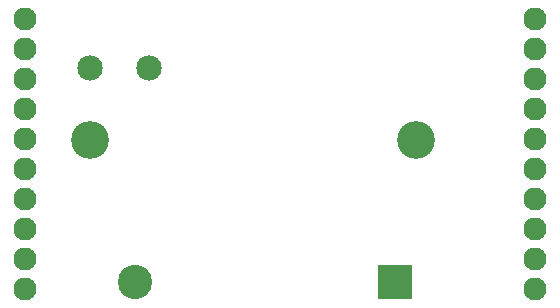
<source format=gbr>
%TF.GenerationSoftware,KiCad,Pcbnew,8.0.7*%
%TF.CreationDate,2025-01-14T16:42:56-05:00*%
%TF.ProjectId,VCU MPR,56435520-4d50-4522-9e6b-696361645f70,rev?*%
%TF.SameCoordinates,Original*%
%TF.FileFunction,Soldermask,Top*%
%TF.FilePolarity,Negative*%
%FSLAX46Y46*%
G04 Gerber Fmt 4.6, Leading zero omitted, Abs format (unit mm)*
G04 Created by KiCad (PCBNEW 8.0.7) date 2025-01-14 16:42:56*
%MOMM*%
%LPD*%
G01*
G04 APERTURE LIST*
G04 Aperture macros list*
%AMRoundRect*
0 Rectangle with rounded corners*
0 $1 Rounding radius*
0 $2 $3 $4 $5 $6 $7 $8 $9 X,Y pos of 4 corners*
0 Add a 4 corners polygon primitive as box body*
4,1,4,$2,$3,$4,$5,$6,$7,$8,$9,$2,$3,0*
0 Add four circle primitives for the rounded corners*
1,1,$1+$1,$2,$3*
1,1,$1+$1,$4,$5*
1,1,$1+$1,$6,$7*
1,1,$1+$1,$8,$9*
0 Add four rect primitives between the rounded corners*
20,1,$1+$1,$2,$3,$4,$5,0*
20,1,$1+$1,$4,$5,$6,$7,0*
20,1,$1+$1,$6,$7,$8,$9,0*
20,1,$1+$1,$8,$9,$2,$3,0*%
G04 Aperture macros list end*
%ADD10C,1.954000*%
%ADD11RoundRect,0.102000X1.350000X1.350000X-1.350000X1.350000X-1.350000X-1.350000X1.350000X-1.350000X0*%
%ADD12C,2.904000*%
%ADD13C,3.204000*%
%ADD14C,2.154000*%
G04 APERTURE END LIST*
D10*
%TO.C,J2*%
X76200000Y-50800000D03*
X76200000Y-53340000D03*
X76200000Y-55880000D03*
X76200000Y-58420000D03*
X76200000Y-60960000D03*
X76200000Y-63500000D03*
X76200000Y-66040000D03*
X76200000Y-68580000D03*
X76200000Y-71120000D03*
X76200000Y-73660000D03*
%TD*%
%TO.C,J2*%
X119380000Y-50800000D03*
X119380000Y-53340000D03*
X119380000Y-55880000D03*
X119380000Y-58420000D03*
X119380000Y-60960000D03*
X119380000Y-63500000D03*
X119380000Y-66040000D03*
X119380000Y-68580000D03*
X119380000Y-71120000D03*
X119380000Y-73660000D03*
%TD*%
D11*
%TO.C,K1*%
X107500000Y-73050000D03*
D12*
X85500000Y-73050000D03*
D13*
X109300000Y-61050000D03*
X81700000Y-61050000D03*
%TD*%
D14*
%TO.C,J1*%
X86725000Y-54975000D03*
X81725000Y-54975000D03*
%TD*%
M02*

</source>
